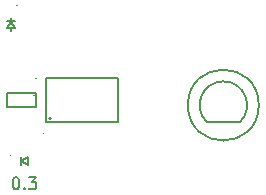
<source format=gto>
%TF.GenerationSoftware,KiCad,Pcbnew,9.0.0*%
%TF.CreationDate,2025-04-22T13:37:35+01:00*%
%TF.ProjectId,vm_rotary_button_0.3,766d5f72-6f74-4617-9279-5f627574746f,v0.3*%
%TF.SameCoordinates,PX5742de0PY47868c0*%
%TF.FileFunction,Legend,Top*%
%TF.FilePolarity,Positive*%
%FSLAX45Y45*%
G04 Gerber Fmt 4.5, Leading zero omitted, Abs format (unit mm)*
G04 Created by KiCad (PCBNEW 9.0.0) date 2025-04-22 13:37:35*
%MOMM*%
%LPD*%
G01*
G04 APERTURE LIST*
%ADD10C,0.200000*%
%ADD11C,0.150000*%
%ADD12C,0.075000*%
G04 APERTURE END LIST*
D10*
X-1213985Y-656722D02*
X-1204461Y-656722D01*
X-1204461Y-656722D02*
X-1194938Y-661484D01*
X-1194938Y-661484D02*
X-1190176Y-666246D01*
X-1190176Y-666246D02*
X-1185414Y-675770D01*
X-1185414Y-675770D02*
X-1180652Y-694817D01*
X-1180652Y-694817D02*
X-1180652Y-718627D01*
X-1180652Y-718627D02*
X-1185414Y-737674D01*
X-1185414Y-737674D02*
X-1190176Y-747198D01*
X-1190176Y-747198D02*
X-1194938Y-751960D01*
X-1194938Y-751960D02*
X-1204461Y-756722D01*
X-1204461Y-756722D02*
X-1213985Y-756722D01*
X-1213985Y-756722D02*
X-1223509Y-751960D01*
X-1223509Y-751960D02*
X-1228271Y-747198D01*
X-1228271Y-747198D02*
X-1233033Y-737674D01*
X-1233033Y-737674D02*
X-1237795Y-718627D01*
X-1237795Y-718627D02*
X-1237795Y-694817D01*
X-1237795Y-694817D02*
X-1233033Y-675770D01*
X-1233033Y-675770D02*
X-1228271Y-666246D01*
X-1228271Y-666246D02*
X-1223509Y-661484D01*
X-1223509Y-661484D02*
X-1213985Y-656722D01*
X-1137795Y-747198D02*
X-1133033Y-751960D01*
X-1133033Y-751960D02*
X-1137795Y-756722D01*
X-1137795Y-756722D02*
X-1142557Y-751960D01*
X-1142557Y-751960D02*
X-1137795Y-747198D01*
X-1137795Y-747198D02*
X-1137795Y-756722D01*
X-1099699Y-656722D02*
X-1037795Y-656722D01*
X-1037795Y-656722D02*
X-1071128Y-694817D01*
X-1071128Y-694817D02*
X-1056842Y-694817D01*
X-1056842Y-694817D02*
X-1047318Y-699579D01*
X-1047318Y-699579D02*
X-1042557Y-704341D01*
X-1042557Y-704341D02*
X-1037795Y-713865D01*
X-1037795Y-713865D02*
X-1037795Y-737674D01*
X-1037795Y-737674D02*
X-1042557Y-747198D01*
X-1042557Y-747198D02*
X-1047318Y-751960D01*
X-1047318Y-751960D02*
X-1056842Y-756722D01*
X-1056842Y-756722D02*
X-1085414Y-756722D01*
X-1085414Y-756722D02*
X-1094938Y-751960D01*
X-1094938Y-751960D02*
X-1099699Y-747198D01*
%TO.C,U2*%
D11*
X-1037500Y-57500D02*
X-1282500Y-57500D01*
X-1282500Y57500D01*
X-1037500Y57500D01*
X-1037500Y-57500D01*
D12*
X-1053750Y37500D02*
G75*
G02*
X-1061250Y37500I-3750J0D01*
G01*
X-1061250Y37500D02*
G75*
G02*
X-1053750Y37500I3750J0D01*
G01*
X-1033750Y182500D02*
G75*
G02*
X-1041250Y182500I-3750J0D01*
G01*
X-1041250Y182500D02*
G75*
G02*
X-1033750Y182500I3750J0D01*
G01*
D11*
%TO.C,D1*%
X-1170000Y-552500D02*
X-1170000Y-487500D01*
X-1165000Y-520000D02*
X-1110000Y-487500D01*
X-1165000Y-520000D02*
X-1110000Y-552500D01*
X-1110000Y-552500D02*
X-1110000Y-487500D01*
D12*
X-1253750Y-467500D02*
G75*
G02*
X-1261250Y-467500I-3750J0D01*
G01*
X-1261250Y-467500D02*
G75*
G02*
X-1253750Y-467500I3750J0D01*
G01*
%TO.C,U1*%
D11*
X-950500Y187500D02*
X-345500Y187500D01*
X-345500Y-187500D01*
X-950500Y-187500D01*
X-950500Y187500D01*
D12*
X-969250Y-287500D02*
G75*
G02*
X-976750Y-287500I-3750J0D01*
G01*
X-976750Y-287500D02*
G75*
G02*
X-969250Y-287500I3750J0D01*
G01*
D11*
X-913000Y-157500D02*
G75*
G02*
X-928000Y-157500I-7500J0D01*
G01*
X-928000Y-157500D02*
G75*
G02*
X-913000Y-157500I7500J0D01*
G01*
%TO.C,SW2*%
X689171Y-187071D02*
X405459Y-187500D01*
X405029Y-187071D02*
G75*
G02*
X689171Y-187071I142071J142071D01*
G01*
X847100Y-45000D02*
G75*
G02*
X247100Y-45000I-300000J0D01*
G01*
X247100Y-45000D02*
G75*
G02*
X847100Y-45000I300000J0D01*
G01*
%TO.C,D2*%
X-1282500Y667500D02*
X-1217500Y667500D01*
X-1282500Y607500D02*
X-1217500Y607500D01*
X-1250000Y695000D02*
X-1250000Y665000D01*
X-1250000Y662500D02*
X-1282500Y607500D01*
X-1250000Y662500D02*
X-1217500Y607500D01*
X-1250000Y607500D02*
X-1250000Y585000D01*
D12*
X-1196250Y800000D02*
G75*
G02*
X-1203750Y800000I-3750J0D01*
G01*
X-1203750Y800000D02*
G75*
G02*
X-1196250Y800000I3750J0D01*
G01*
%TD*%
M02*

</source>
